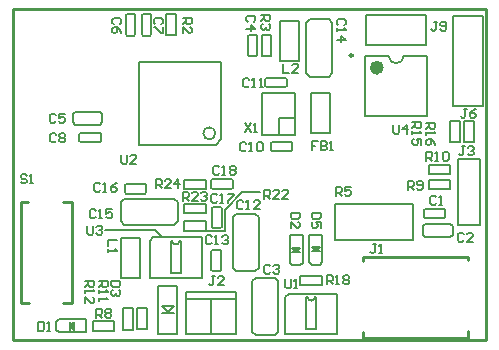
<source format=gto>
%FSLAX25Y25*%
%MOIN*%
G70*
G01*
G75*
%ADD10C,0.01500*%
%ADD11C,0.00800*%
%ADD12C,0.02000*%
%ADD13C,0.01000*%
%ADD14C,0.04000*%
%ADD15R,0.04724X0.09843*%
%ADD16R,0.02756X0.03347*%
%ADD17R,0.02362X0.02362*%
%ADD18O,0.00984X0.04724*%
%ADD19O,0.04724X0.00984*%
%ADD20O,0.04724X0.01772*%
%ADD21O,0.01772X0.04724*%
%ADD22R,0.04724X0.01772*%
%ADD23R,0.02362X0.02362*%
%ADD24R,0.04331X0.04724*%
%ADD25R,0.05118X0.03937*%
%ADD26R,0.07087X0.03937*%
%ADD27R,0.02756X0.04724*%
%ADD28R,0.02992X0.04724*%
%ADD29R,0.03150X0.04724*%
%ADD30R,0.03347X0.02756*%
%ADD31R,0.04724X0.01969*%
%ADD32R,0.03937X0.03150*%
%ADD33R,0.03937X0.07087*%
%ADD34C,0.03000*%
%ADD35C,0.03500*%
%ADD36C,0.17716*%
%ADD37C,0.07874*%
%ADD38C,0.05906*%
%ADD39R,0.05906X0.05906*%
%ADD40R,0.03937X0.03937*%
%ADD41C,0.03937*%
%ADD42O,0.04331X0.06693*%
%ADD43R,0.03937X0.03937*%
%ADD44R,0.05906X0.05906*%
%ADD45C,0.03000*%
%ADD46C,0.02000*%
%ADD47R,0.07874X0.07874*%
%ADD48O,0.03543X0.08661*%
%ADD49C,0.00500*%
%ADD50C,0.02362*%
%ADD51C,0.00984*%
%ADD52C,0.00787*%
%ADD53C,0.00591*%
D11*
X98119Y-95888D02*
G03*
X100481Y-95888I1181J0D01*
G01*
X52937Y-77188D02*
G03*
X55299Y-77188I1181J0D01*
G01*
X97600Y-95888D02*
X98119D01*
X100481D02*
X100900D01*
X91820Y-94707D02*
X107961D01*
X90639Y-95888D02*
X91820Y-94707D01*
X90639Y-108093D02*
Y-95888D01*
Y-108093D02*
X107961D01*
Y-94707D01*
X97600Y-106518D02*
Y-95888D01*
Y-106518D02*
X100900D01*
Y-95888D01*
X55718Y-87818D02*
Y-77188D01*
X52418Y-87818D02*
X55718D01*
X52418D02*
Y-77188D01*
X62780Y-89393D02*
Y-76007D01*
X45457Y-89393D02*
X62780D01*
X45457D02*
Y-77188D01*
X46638Y-76007D01*
X62780D01*
X55299Y-77188D02*
X55718D01*
X52418D02*
X52937D01*
D13*
X2535Y-64071D02*
X5000D01*
X2535Y-97929D02*
X5300D01*
X19465D02*
Y-64071D01*
X2535Y-97929D02*
Y-64071D01*
X16700Y-97929D02*
X19465D01*
X16700Y-64071D02*
X19465D01*
X116400Y-83700D02*
Y-82628D01*
X151597Y-83603D02*
Y-82628D01*
Y-109400D02*
Y-107297D01*
X116400Y-109400D02*
Y-107400D01*
Y-109400D02*
X151597D01*
X116400Y-82628D02*
X151597D01*
X0Y0D02*
X157480D01*
Y-110236D02*
Y0D01*
X0Y-110236D02*
X157480D01*
X0D02*
Y0D01*
D49*
X67300Y-41300D02*
G03*
X67300Y-41300I-2000J0D01*
G01*
X107265Y-76705D02*
X133250D01*
X107265D02*
Y-64894D01*
X133250D01*
Y-76705D02*
Y-64894D01*
X20519Y-38465D02*
X28787D01*
X29574Y-37678D02*
Y-34922D01*
X19732Y-37678D02*
Y-34922D01*
X20519Y-34135D02*
X28787D01*
X19732Y-34922D02*
X20519Y-34135D01*
X19732Y-37678D02*
X20519Y-38465D01*
X28787D02*
X29574Y-37678D01*
X28787Y-34135D02*
X29574Y-34922D01*
X28718Y-44175D02*
Y-44175D01*
X22025Y-43781D02*
Y-41419D01*
X22419Y-44175D02*
X28718D01*
X29112Y-43781D02*
Y-41419D01*
X22419Y-41025D02*
X28718D01*
X22025Y-41419D02*
Y-41419D01*
X22419Y-41025D01*
X22025Y-43781D02*
X22025D01*
X22419Y-44175D01*
X29112Y-41419D02*
X29112D01*
X28718Y-41025D02*
X29112Y-41419D01*
Y-43781D02*
X29112D01*
X28718Y-44175D02*
X29112Y-43781D01*
X41804Y-45221D02*
Y-17662D01*
X69363D01*
X69363Y-43253D02*
Y-17662D01*
X67394Y-45221D02*
X69363Y-43253D01*
X41804Y-45221D02*
X67395D01*
X37425Y-8318D02*
X37425D01*
X37819Y-1625D02*
X40181D01*
X37425Y-8318D02*
Y-2019D01*
X37819Y-8712D02*
X40181D01*
X40575Y-8318D02*
Y-2019D01*
X40181Y-1625D02*
X40181D01*
X40575Y-2019D01*
X37819Y-1625D02*
Y-1625D01*
X37425Y-2019D02*
X37819Y-1625D01*
X40181Y-8712D02*
Y-8712D01*
X40575Y-8318D01*
X37819Y-8712D02*
Y-8712D01*
X37425Y-8318D02*
X37819Y-8712D01*
X42725Y-8318D02*
X42725D01*
X43119Y-1625D02*
X45481D01*
X42725Y-8318D02*
Y-2019D01*
X43119Y-8712D02*
X45481D01*
X45875Y-8318D02*
Y-2019D01*
X45481Y-1625D02*
X45481D01*
X45875Y-2019D01*
X43119Y-1625D02*
Y-1625D01*
X42725Y-2019D02*
X43119Y-1625D01*
X45481Y-8712D02*
Y-8712D01*
X45875Y-8318D01*
X43119Y-8712D02*
Y-8712D01*
X42725Y-8318D02*
X43119Y-8712D01*
X51025Y-1588D02*
X54175D01*
X51025Y-8675D02*
X54175D01*
X51025D02*
Y-1588D01*
X54175Y-8675D02*
Y-1588D01*
X78050Y-15268D02*
X78050D01*
X78444Y-8575D02*
X80806D01*
X78050Y-15268D02*
Y-8969D01*
X78444Y-15662D02*
X80806D01*
X81200Y-15268D02*
Y-8969D01*
X80806Y-8575D02*
X80806D01*
X81200Y-8969D01*
X78444Y-8575D02*
Y-8575D01*
X78050Y-8969D02*
X78444Y-8575D01*
X80806Y-15662D02*
Y-15662D01*
X81200Y-15268D01*
X78444Y-15662D02*
Y-15662D01*
X78050Y-15268D02*
X78444Y-15662D01*
X82825Y-15662D02*
X85975D01*
X82825Y-8575D02*
X85975D01*
Y-15662D02*
Y-8575D01*
X82825Y-15662D02*
Y-8575D01*
X92618Y-47175D02*
Y-47175D01*
X85925Y-46781D02*
Y-44419D01*
X86319Y-47175D02*
X92618D01*
X93012Y-46781D02*
Y-44419D01*
X86319Y-44025D02*
X92618D01*
X85925Y-44419D02*
Y-44419D01*
X86319Y-44025D01*
X85925Y-46781D02*
X85925D01*
X86319Y-47175D01*
X93012Y-44419D02*
X93012D01*
X92618Y-44025D02*
X93012Y-44419D01*
Y-46781D02*
X93012D01*
X92618Y-47175D02*
X93012Y-46781D01*
X84382Y-22825D02*
Y-22825D01*
X91075Y-25581D02*
Y-23219D01*
X84382Y-22825D02*
X90681D01*
X83988Y-25581D02*
Y-23219D01*
X84382Y-25975D02*
X90681D01*
X91075Y-25581D02*
Y-25581D01*
X90681Y-25975D02*
X91075Y-25581D01*
X91075Y-23219D02*
X91075D01*
X90681Y-22825D02*
X91075Y-23219D01*
X83988Y-25581D02*
X83988D01*
X84382Y-25975D01*
X83988Y-23219D02*
X83988D01*
X84382Y-22825D01*
X99150Y-41330D02*
X105450D01*
X99150Y-27944D02*
X105450D01*
X99150Y-40346D02*
X99150D01*
X105450Y-41330D02*
Y-27944D01*
X99150Y-41330D02*
Y-27944D01*
X98850Y-22445D02*
X105150D01*
X98850Y-3350D02*
X105150D01*
X97669Y-21264D02*
X98850Y-22445D01*
X105150D02*
X106331Y-21264D01*
X105150Y-3350D02*
X106331Y-4532D01*
X97669D02*
X98850Y-3350D01*
X106331Y-21264D02*
Y-4532D01*
X97669Y-21264D02*
Y-4532D01*
X145650Y-37188D02*
X148800D01*
X145650Y-44275D02*
X148800D01*
X145650D02*
Y-37188D01*
X148800Y-44275D02*
Y-37188D01*
X150350Y-44275D02*
X153500D01*
X150350Y-37188D02*
X153500D01*
Y-44275D02*
Y-37188D01*
X150350Y-44275D02*
Y-37188D01*
X145512Y-54875D02*
Y-51725D01*
X138425Y-54875D02*
Y-51725D01*
X145512D01*
X138425Y-54875D02*
X145512D01*
Y-59975D02*
Y-56825D01*
X138425Y-59975D02*
Y-56825D01*
X145512D01*
X138425Y-59975D02*
X145512D01*
X137287Y-66525D02*
Y-66525D01*
X143980Y-69281D02*
Y-66919D01*
X137287Y-66525D02*
X143587D01*
X136894Y-69281D02*
Y-66919D01*
X137287Y-69675D02*
X143587D01*
X143980Y-69281D02*
Y-69281D01*
X143587Y-69675D02*
X143980Y-69281D01*
X143980Y-66919D02*
X143980D01*
X143587Y-66525D02*
X143980Y-66919D01*
X136894Y-69281D02*
X136894D01*
X137287Y-69675D01*
X136894Y-66919D02*
X136894D01*
X137287Y-66525D01*
X137319Y-71535D02*
X145587D01*
X136531Y-75078D02*
Y-72322D01*
X146374Y-75078D02*
Y-72322D01*
X137319Y-75865D02*
X145587D01*
X146374Y-75078D01*
X145587Y-71535D02*
X146374Y-72322D01*
X136531D02*
X137319Y-71535D01*
X136531Y-75078D02*
X137319Y-75865D01*
X102178Y-85069D02*
X102965Y-84281D01*
X100800Y-80639D02*
Y-79261D01*
X99422D02*
X100800Y-80639D01*
X102178Y-79261D01*
X99422D02*
X102178D01*
X99422Y-80639D02*
X102178D01*
X98635Y-84281D02*
X99422Y-85069D01*
X102965Y-84281D02*
Y-75226D01*
X99422Y-85069D02*
X102178D01*
X98635Y-84281D02*
Y-75226D01*
X102965D01*
X95678Y-85168D02*
X96465Y-84381D01*
X94300Y-80739D02*
Y-79361D01*
X92922D02*
X94300Y-80739D01*
X95678Y-79361D01*
X92922D02*
X95678D01*
X92922Y-80739D02*
X95678D01*
X92135Y-84381D02*
X92922Y-85168D01*
X96465Y-84381D02*
Y-75326D01*
X92922Y-85168D02*
X95678D01*
X92135Y-84381D02*
Y-75326D01*
X96465D01*
X102712Y-91975D02*
Y-88825D01*
X95625Y-91975D02*
Y-88825D01*
X102712D01*
X95625Y-91975D02*
X102712D01*
X80850Y-89455D02*
X87150D01*
X80850Y-108550D02*
X87150D01*
Y-89455D02*
X88331Y-90636D01*
X79669D02*
X80850Y-89455D01*
X79669Y-107369D02*
X80850Y-108550D01*
X87150D02*
X88331Y-107369D01*
X79669D02*
Y-90636D01*
X88331Y-107369D02*
Y-90636D01*
X69175Y-80582D02*
X69175D01*
X66419Y-87275D02*
X68781D01*
X69175Y-86881D02*
Y-80582D01*
X66419Y-80188D02*
X68781D01*
X66025Y-86881D02*
Y-80582D01*
X66419Y-87275D02*
X66419D01*
X66025Y-86881D02*
X66419Y-87275D01*
X68781D02*
Y-87275D01*
X69175Y-86881D01*
X66419Y-80188D02*
Y-80188D01*
X66025Y-80582D02*
X66419Y-80188D01*
X68781D02*
Y-80188D01*
Y-80188D02*
X69175Y-80582D01*
X74250Y-68155D02*
X80550D01*
X74250Y-87250D02*
X80550D01*
Y-68155D02*
X81731Y-69336D01*
X73069D02*
X74250Y-68155D01*
X73069Y-86068D02*
X74250Y-87250D01*
X80550D02*
X81731Y-86068D01*
X73069D02*
Y-69336D01*
X81731Y-86068D02*
Y-69336D01*
X57595Y-96610D02*
X74327D01*
X57595Y-108224D02*
X74327D01*
X57595Y-94051D02*
X74327D01*
X57595Y-108224D02*
Y-94051D01*
X74327Y-108224D02*
Y-94051D01*
X65961Y-108224D02*
Y-96610D01*
X36625Y-106712D02*
X39775D01*
X36625Y-99625D02*
X39775D01*
Y-106712D02*
Y-99625D01*
X36625Y-106712D02*
Y-99625D01*
X41325Y-99588D02*
X44475D01*
X41325Y-106675D02*
X44475D01*
X41325D02*
Y-99588D01*
X44475Y-106675D02*
Y-99588D01*
X49531Y-98843D02*
X51500Y-100812D01*
X53469Y-98843D01*
X49531D02*
X53469D01*
X49531Y-101206D02*
X53469D01*
X48350Y-92347D02*
X54650D01*
X48350Y-108095D02*
Y-92347D01*
X48350Y-108095D02*
X54650D01*
Y-92347D01*
X14326Y-106878D02*
X15113Y-107665D01*
X18755Y-105500D02*
X20133D01*
X18755D02*
X20133Y-104122D01*
X18755Y-105500D02*
X20133Y-106878D01*
Y-104122D01*
X18755Y-106878D02*
Y-104122D01*
X14326Y-104122D02*
X15113Y-103335D01*
X15113Y-107665D02*
X24169D01*
X14326Y-106878D02*
Y-104122D01*
X15113Y-103335D02*
X24169D01*
Y-107665D02*
Y-103335D01*
X26388Y-107075D02*
Y-103925D01*
X33475Y-107075D02*
Y-103925D01*
X26388Y-107075D02*
X33475D01*
X26388Y-103925D02*
X33475D01*
X42050Y-89556D02*
Y-76170D01*
X35750Y-89556D02*
Y-76170D01*
X42050Y-77154D02*
X42050D01*
X35750Y-89556D02*
X42050D01*
X35750Y-76170D02*
X42050D01*
X35755Y-70650D02*
Y-64350D01*
X54850Y-70650D02*
Y-64350D01*
X35755D02*
X36936Y-63169D01*
X35755Y-70650D02*
X36936Y-71831D01*
X53668D02*
X54850Y-70650D01*
X53668Y-63169D02*
X54850Y-64350D01*
X36936Y-71831D02*
X53668D01*
X36936Y-63169D02*
X53668D01*
X37582Y-58225D02*
Y-58225D01*
X44275Y-60981D02*
Y-58619D01*
X37582Y-58225D02*
X43881D01*
X37188Y-60981D02*
Y-58619D01*
X37582Y-61375D02*
X43881D01*
X44275Y-60981D02*
Y-60981D01*
X43881Y-61375D02*
X44275Y-60981D01*
X44275Y-58619D02*
X44275D01*
X43881Y-58225D02*
X44275Y-58619D01*
X37188Y-60981D02*
X37188D01*
X37582Y-61375D01*
X37188Y-58619D02*
X37188D01*
X37582Y-58225D01*
X66225Y-72618D02*
X66225D01*
X66619Y-65925D02*
X68981D01*
X66225Y-72618D02*
Y-66319D01*
X66619Y-73012D02*
X68981D01*
X69375Y-72618D02*
Y-66319D01*
X68981Y-65925D02*
X68981D01*
X69375Y-66319D01*
X66619Y-65925D02*
Y-65925D01*
X66225Y-66319D02*
X66619Y-65925D01*
X68981Y-73012D02*
Y-73012D01*
X69375Y-72618D01*
X66619Y-73012D02*
Y-73012D01*
X66225Y-72618D02*
X66619Y-73012D01*
X56988Y-59875D02*
Y-56725D01*
X64075Y-59875D02*
Y-56725D01*
X56988Y-59875D02*
X64075D01*
X56988Y-56725D02*
X64075D01*
X64112Y-67975D02*
Y-64825D01*
X57025Y-67975D02*
Y-64825D01*
X64112D01*
X57025Y-67975D02*
X64112D01*
X57025Y-73775D02*
Y-70625D01*
X64112Y-73775D02*
Y-70625D01*
X57025Y-73775D02*
X64112D01*
X57025Y-70625D02*
X64112D01*
X95250Y-17156D02*
Y-3770D01*
X88950Y-17156D02*
Y-3770D01*
X95250Y-4754D02*
X95250D01*
X88950Y-17156D02*
X95250D01*
X88950Y-3770D02*
X95250D01*
X30600Y-73400D02*
X47093D01*
X49700Y-76007D01*
X65988Y-57019D02*
X66382Y-56625D01*
X65988Y-57019D02*
X65988D01*
Y-59381D02*
X66382Y-59775D01*
X65988Y-59381D02*
X65988D01*
X72681Y-56625D02*
X73075Y-57019D01*
X73075D01*
X72681Y-59775D02*
X73075Y-59381D01*
Y-59381D01*
X66382Y-59775D02*
X72681D01*
X65988Y-59381D02*
Y-57019D01*
X66382Y-56625D02*
X72681D01*
X73075Y-59381D02*
Y-57019D01*
X66382Y-56625D02*
Y-56625D01*
X64112Y-73775D02*
X70425D01*
Y-66876D01*
X70774Y-66527D02*
X76301Y-61000D01*
X82100D01*
X70425Y-66876D02*
X70774Y-66527D01*
X101499Y-43901D02*
X99500D01*
Y-45401D01*
X100500D01*
X99500D01*
Y-46900D01*
X102499Y-43901D02*
Y-46900D01*
X103999D01*
X104498Y-46400D01*
Y-45900D01*
X103999Y-45401D01*
X102499D01*
X103999D01*
X104498Y-44901D01*
Y-44401D01*
X103999Y-43901D01*
X102499D01*
X105498Y-46900D02*
X106498D01*
X105998D01*
Y-43901D01*
X105498Y-44401D01*
X140899Y-62601D02*
X140400Y-62101D01*
X139400D01*
X138900Y-62601D01*
Y-64600D01*
X139400Y-65100D01*
X140400D01*
X140899Y-64600D01*
X141899Y-65100D02*
X142899D01*
X142399D01*
Y-62101D01*
X141899Y-62601D01*
X150199Y-74901D02*
X149699Y-74401D01*
X148700D01*
X148200Y-74901D01*
Y-76900D01*
X148700Y-77400D01*
X149699D01*
X150199Y-76900D01*
X153198Y-77400D02*
X151199D01*
X153198Y-75401D01*
Y-74901D01*
X152699Y-74401D01*
X151699D01*
X151199Y-74901D01*
X85699Y-85601D02*
X85199Y-85101D01*
X84200D01*
X83700Y-85601D01*
Y-87600D01*
X84200Y-88100D01*
X85199D01*
X85699Y-87600D01*
X86699Y-85601D02*
X87199Y-85101D01*
X88199D01*
X88698Y-85601D01*
Y-86101D01*
X88199Y-86601D01*
X87699D01*
X88199D01*
X88698Y-87100D01*
Y-87600D01*
X88199Y-88100D01*
X87199D01*
X86699Y-87600D01*
X80199Y-4099D02*
X80699Y-3599D01*
Y-2600D01*
X80199Y-2100D01*
X78200D01*
X77700Y-2600D01*
Y-3599D01*
X78200Y-4099D01*
X77700Y-6599D02*
X80699D01*
X79199Y-5099D01*
Y-7098D01*
X35399Y-4999D02*
X35899Y-4499D01*
Y-3500D01*
X35399Y-3000D01*
X33400D01*
X32900Y-3500D01*
Y-4499D01*
X33400Y-4999D01*
X35899Y-7998D02*
X35399Y-6999D01*
X34400Y-5999D01*
X33400D01*
X32900Y-6499D01*
Y-7499D01*
X33400Y-7998D01*
X33900D01*
X34400Y-7499D01*
Y-5999D01*
X49299Y-4999D02*
X49799Y-4499D01*
Y-3500D01*
X49299Y-3000D01*
X47300D01*
X46800Y-3500D01*
Y-4499D01*
X47300Y-4999D01*
X49799Y-5999D02*
Y-7998D01*
X49299D01*
X47300Y-5999D01*
X46800D01*
X14299Y-41701D02*
X13800Y-41201D01*
X12800D01*
X12300Y-41701D01*
Y-43700D01*
X12800Y-44200D01*
X13800D01*
X14299Y-43700D01*
X15299Y-41701D02*
X15799Y-41201D01*
X16799D01*
X17298Y-41701D01*
Y-42201D01*
X16799Y-42700D01*
X17298Y-43200D01*
Y-43700D01*
X16799Y-44200D01*
X15799D01*
X15299Y-43700D01*
Y-43200D01*
X15799Y-42700D01*
X15299Y-42201D01*
Y-41701D01*
X15799Y-42700D02*
X16799D01*
X77699Y-44801D02*
X77200Y-44301D01*
X76200D01*
X75700Y-44801D01*
Y-46800D01*
X76200Y-47300D01*
X77200D01*
X77699Y-46800D01*
X78699Y-47300D02*
X79699D01*
X79199D01*
Y-44301D01*
X78699Y-44801D01*
X81198D02*
X81698Y-44301D01*
X82698D01*
X83198Y-44801D01*
Y-46800D01*
X82698Y-47300D01*
X81698D01*
X81198Y-46800D01*
Y-44801D01*
X78599Y-23401D02*
X78100Y-22901D01*
X77100D01*
X76600Y-23401D01*
Y-25400D01*
X77100Y-25900D01*
X78100D01*
X78599Y-25400D01*
X79599Y-25900D02*
X80599D01*
X80099D01*
Y-22901D01*
X79599Y-23401D01*
X82098Y-25900D02*
X83098D01*
X82598D01*
Y-22901D01*
X82098Y-23401D01*
X76699Y-64101D02*
X76200Y-63601D01*
X75200D01*
X74700Y-64101D01*
Y-66100D01*
X75200Y-66600D01*
X76200D01*
X76699Y-66100D01*
X77699Y-66600D02*
X78699D01*
X78199D01*
Y-63601D01*
X77699Y-64101D01*
X82198Y-66600D02*
X80198D01*
X82198Y-64601D01*
Y-64101D01*
X81698Y-63601D01*
X80698D01*
X80198Y-64101D01*
X66099Y-75801D02*
X65600Y-75301D01*
X64600D01*
X64100Y-75801D01*
Y-77800D01*
X64600Y-78300D01*
X65600D01*
X66099Y-77800D01*
X67099Y-78300D02*
X68099D01*
X67599D01*
Y-75301D01*
X67099Y-75801D01*
X69598D02*
X70098Y-75301D01*
X71098D01*
X71598Y-75801D01*
Y-76301D01*
X71098Y-76801D01*
X70598D01*
X71098D01*
X71598Y-77300D01*
Y-77800D01*
X71098Y-78300D01*
X70098D01*
X69598Y-77800D01*
X28999Y-58201D02*
X28499Y-57701D01*
X27500D01*
X27000Y-58201D01*
Y-60200D01*
X27500Y-60700D01*
X28499D01*
X28999Y-60200D01*
X29999Y-60700D02*
X30999D01*
X30499D01*
Y-57701D01*
X29999Y-58201D01*
X34498Y-57701D02*
X33498Y-58201D01*
X32498Y-59201D01*
Y-60200D01*
X32998Y-60700D01*
X33998D01*
X34498Y-60200D01*
Y-59700D01*
X33998Y-59201D01*
X32498D01*
X67899Y-62001D02*
X67400Y-61501D01*
X66400D01*
X65900Y-62001D01*
Y-64000D01*
X66400Y-64500D01*
X67400D01*
X67899Y-64000D01*
X68899Y-64500D02*
X69899D01*
X69399D01*
Y-61501D01*
X68899Y-62001D01*
X71398Y-61501D02*
X73398D01*
Y-62001D01*
X71398Y-64000D01*
Y-64500D01*
X8300Y-104101D02*
Y-107100D01*
X9799D01*
X10299Y-106600D01*
Y-104601D01*
X9799Y-104101D01*
X8300D01*
X11299Y-107100D02*
X12299D01*
X11799D01*
Y-104101D01*
X11299Y-104601D01*
X95399Y-67800D02*
X92400D01*
Y-69300D01*
X92900Y-69799D01*
X94899D01*
X95399Y-69300D01*
Y-67800D01*
X92400Y-72798D02*
Y-70799D01*
X94399Y-72798D01*
X94899D01*
X95399Y-72299D01*
Y-71299D01*
X94899Y-70799D01*
X35599Y-90500D02*
X32600D01*
Y-92000D01*
X33100Y-92499D01*
X35099D01*
X35599Y-92000D01*
Y-90500D01*
X35099Y-93499D02*
X35599Y-93999D01*
Y-94999D01*
X35099Y-95498D01*
X34599D01*
X34100Y-94999D01*
Y-94499D01*
Y-94999D01*
X33600Y-95498D01*
X33100D01*
X32600Y-94999D01*
Y-93999D01*
X33100Y-93499D01*
X102399Y-67700D02*
X99400D01*
Y-69200D01*
X99900Y-69699D01*
X101899D01*
X102399Y-69200D01*
Y-67700D01*
Y-72698D02*
Y-70699D01*
X100900D01*
X101399Y-71699D01*
Y-72199D01*
X100900Y-72698D01*
X99900D01*
X99400Y-72199D01*
Y-71199D01*
X99900Y-70699D01*
X67099Y-89001D02*
X66100D01*
X66600D01*
Y-91500D01*
X66100Y-92000D01*
X65600D01*
X65100Y-91500D01*
X70098Y-92000D02*
X68099D01*
X70098Y-90001D01*
Y-89501D01*
X69599Y-89001D01*
X68599D01*
X68099Y-89501D01*
X150399Y-45601D02*
X149400D01*
X149899D01*
Y-48100D01*
X149400Y-48600D01*
X148900D01*
X148400Y-48100D01*
X151399Y-46101D02*
X151899Y-45601D01*
X152899D01*
X153398Y-46101D01*
Y-46601D01*
X152899Y-47100D01*
X152399D01*
X152899D01*
X153398Y-47600D01*
Y-48100D01*
X152899Y-48600D01*
X151899D01*
X151399Y-48100D01*
X151199Y-33101D02*
X150200D01*
X150699D01*
Y-35600D01*
X150200Y-36100D01*
X149700D01*
X149200Y-35600D01*
X154198Y-33101D02*
X153199Y-33601D01*
X152199Y-34600D01*
Y-35600D01*
X152699Y-36100D01*
X153699D01*
X154198Y-35600D01*
Y-35100D01*
X153699Y-34600D01*
X152199D01*
X141299Y-4101D02*
X140300D01*
X140799D01*
Y-6600D01*
X140300Y-7100D01*
X139800D01*
X139300Y-6600D01*
X142299D02*
X142799Y-7100D01*
X143799D01*
X144298Y-6600D01*
Y-4601D01*
X143799Y-4101D01*
X142799D01*
X142299Y-4601D01*
Y-5101D01*
X142799Y-5601D01*
X144298D01*
X34499Y-77000D02*
X31500D01*
Y-78999D01*
Y-79999D02*
Y-80999D01*
Y-80499D01*
X34499D01*
X33999Y-79999D01*
X89900Y-18101D02*
Y-21100D01*
X91899D01*
X94898D02*
X92899D01*
X94898Y-19101D01*
Y-18601D01*
X94399Y-18101D01*
X93399D01*
X92899Y-18601D01*
X56400Y-2900D02*
X59399D01*
Y-4400D01*
X58899Y-4899D01*
X57899D01*
X57400Y-4400D01*
Y-2900D01*
Y-3900D02*
X56400Y-4899D01*
Y-7898D02*
Y-5899D01*
X58399Y-7898D01*
X58899D01*
X59399Y-7399D01*
Y-6399D01*
X58899Y-5899D01*
X82700Y-1700D02*
X85699D01*
Y-3199D01*
X85199Y-3699D01*
X84200D01*
X83700Y-3199D01*
Y-1700D01*
Y-2700D02*
X82700Y-3699D01*
X85199Y-4699D02*
X85699Y-5199D01*
Y-6199D01*
X85199Y-6698D01*
X84699D01*
X84200Y-6199D01*
Y-5699D01*
Y-6199D01*
X83700Y-6698D01*
X83200D01*
X82700Y-6199D01*
Y-5199D01*
X83200Y-4699D01*
X107500Y-62100D02*
Y-59101D01*
X109000D01*
X109499Y-59601D01*
Y-60601D01*
X109000Y-61100D01*
X107500D01*
X108500D02*
X109499Y-62100D01*
X112498Y-59101D02*
X110499D01*
Y-60601D01*
X111499Y-60101D01*
X111999D01*
X112498Y-60601D01*
Y-61600D01*
X111999Y-62100D01*
X110999D01*
X110499Y-61600D01*
X27600Y-102800D02*
Y-99801D01*
X29100D01*
X29599Y-100301D01*
Y-101301D01*
X29100Y-101800D01*
X27600D01*
X28600D02*
X29599Y-102800D01*
X30599Y-100301D02*
X31099Y-99801D01*
X32099D01*
X32598Y-100301D01*
Y-100801D01*
X32099Y-101301D01*
X32598Y-101800D01*
Y-102300D01*
X32099Y-102800D01*
X31099D01*
X30599Y-102300D01*
Y-101800D01*
X31099Y-101301D01*
X30599Y-100801D01*
Y-100301D01*
X31099Y-101301D02*
X32099D01*
X131400Y-60100D02*
Y-57101D01*
X132899D01*
X133399Y-57601D01*
Y-58600D01*
X132899Y-59100D01*
X131400D01*
X132400D02*
X133399Y-60100D01*
X134399Y-59600D02*
X134899Y-60100D01*
X135899D01*
X136398Y-59600D01*
Y-57601D01*
X135899Y-57101D01*
X134899D01*
X134399Y-57601D01*
Y-58101D01*
X134899Y-58600D01*
X136398D01*
X137600Y-50500D02*
Y-47501D01*
X139100D01*
X139599Y-48001D01*
Y-49000D01*
X139100Y-49500D01*
X137600D01*
X138600D02*
X139599Y-50500D01*
X140599D02*
X141599D01*
X141099D01*
Y-47501D01*
X140599Y-48001D01*
X143098D02*
X143598Y-47501D01*
X144598D01*
X145098Y-48001D01*
Y-50000D01*
X144598Y-50500D01*
X143598D01*
X143098Y-50000D01*
Y-48001D01*
X28400Y-90600D02*
X31399D01*
Y-92099D01*
X30899Y-92599D01*
X29899D01*
X29400Y-92099D01*
Y-90600D01*
Y-91600D02*
X28400Y-92599D01*
Y-93599D02*
Y-94599D01*
Y-94099D01*
X31399D01*
X30899Y-93599D01*
X28400Y-96098D02*
Y-97098D01*
Y-96598D01*
X31399D01*
X30899Y-96098D01*
X24000Y-90500D02*
X26999D01*
Y-92000D01*
X26499Y-92499D01*
X25499D01*
X25000Y-92000D01*
Y-90500D01*
Y-91500D02*
X24000Y-92499D01*
Y-93499D02*
Y-94499D01*
Y-93999D01*
X26999D01*
X26499Y-93499D01*
X24000Y-97998D02*
Y-95998D01*
X25999Y-97998D01*
X26499D01*
X26999Y-97498D01*
Y-96498D01*
X26499Y-95998D01*
X133000Y-37600D02*
X135999D01*
Y-39099D01*
X135499Y-39599D01*
X134500D01*
X134000Y-39099D01*
Y-37600D01*
Y-38600D02*
X133000Y-39599D01*
Y-40599D02*
Y-41599D01*
Y-41099D01*
X135999D01*
X135499Y-40599D01*
X135999Y-45098D02*
Y-43098D01*
X134500D01*
X134999Y-44098D01*
Y-44598D01*
X134500Y-45098D01*
X133500D01*
X133000Y-44598D01*
Y-43598D01*
X133500Y-43098D01*
X137700Y-37700D02*
X140699D01*
Y-39200D01*
X140199Y-39699D01*
X139199D01*
X138700Y-39200D01*
Y-37700D01*
Y-38700D02*
X137700Y-39699D01*
Y-40699D02*
Y-41699D01*
Y-41199D01*
X140699D01*
X140199Y-40699D01*
X140699Y-45198D02*
X140199Y-44198D01*
X139199Y-43198D01*
X138200D01*
X137700Y-43698D01*
Y-44698D01*
X138200Y-45198D01*
X138700D01*
X139199Y-44698D01*
Y-43198D01*
X104500Y-91600D02*
Y-88601D01*
X106000D01*
X106499Y-89101D01*
Y-90101D01*
X106000Y-90600D01*
X104500D01*
X105500D02*
X106499Y-91600D01*
X107499D02*
X108499D01*
X107999D01*
Y-88601D01*
X107499Y-89101D01*
X109998D02*
X110498Y-88601D01*
X111498D01*
X111998Y-89101D01*
Y-89601D01*
X111498Y-90101D01*
X111998Y-90600D01*
Y-91100D01*
X111498Y-91600D01*
X110498D01*
X109998Y-91100D01*
Y-90600D01*
X110498Y-90101D01*
X109998Y-89601D01*
Y-89101D01*
X110498Y-90101D02*
X111498D01*
X83600Y-63100D02*
Y-60101D01*
X85100D01*
X85599Y-60601D01*
Y-61601D01*
X85100Y-62100D01*
X83600D01*
X84600D02*
X85599Y-63100D01*
X88598D02*
X86599D01*
X88598Y-61101D01*
Y-60601D01*
X88099Y-60101D01*
X87099D01*
X86599Y-60601D01*
X91597Y-63100D02*
X89598D01*
X91597Y-61101D01*
Y-60601D01*
X91098Y-60101D01*
X90098D01*
X89598Y-60601D01*
X56500Y-63800D02*
Y-60801D01*
X57999D01*
X58499Y-61301D01*
Y-62300D01*
X57999Y-62800D01*
X56500D01*
X57500D02*
X58499Y-63800D01*
X61498D02*
X59499D01*
X61498Y-61801D01*
Y-61301D01*
X60999Y-60801D01*
X59999D01*
X59499Y-61301D01*
X62498D02*
X62998Y-60801D01*
X63998D01*
X64497Y-61301D01*
Y-61801D01*
X63998Y-62300D01*
X63498D01*
X63998D01*
X64497Y-62800D01*
Y-63300D01*
X63998Y-63800D01*
X62998D01*
X62498Y-63300D01*
X24700Y-72101D02*
Y-74600D01*
X25200Y-75100D01*
X26199D01*
X26699Y-74600D01*
Y-72101D01*
X27699Y-72601D02*
X28199Y-72101D01*
X29199D01*
X29698Y-72601D01*
Y-73101D01*
X29199Y-73601D01*
X28699D01*
X29199D01*
X29698Y-74100D01*
Y-74600D01*
X29199Y-75100D01*
X28199D01*
X27699Y-74600D01*
X126600Y-38501D02*
Y-41000D01*
X127100Y-41500D01*
X128100D01*
X128599Y-41000D01*
Y-38501D01*
X131099Y-41500D02*
Y-38501D01*
X129599Y-40001D01*
X131598D01*
X77100Y-37901D02*
X79099Y-40900D01*
Y-37901D02*
X77100Y-40900D01*
X80099D02*
X81099D01*
X80599D01*
Y-37901D01*
X80099Y-38401D01*
X35900Y-48501D02*
Y-51000D01*
X36400Y-51500D01*
X37400D01*
X37899Y-51000D01*
Y-48501D01*
X40898Y-51500D02*
X38899D01*
X40898Y-49501D01*
Y-49001D01*
X40399Y-48501D01*
X39399D01*
X38899Y-49001D01*
X90600Y-89901D02*
Y-92400D01*
X91100Y-92900D01*
X92099D01*
X92599Y-92400D01*
Y-89901D01*
X93599Y-92900D02*
X94599D01*
X94099D01*
Y-89901D01*
X93599Y-90401D01*
X14099Y-35201D02*
X13600Y-34701D01*
X12600D01*
X12100Y-35201D01*
Y-37200D01*
X12600Y-37700D01*
X13600D01*
X14099Y-37200D01*
X17098Y-34701D02*
X15099D01*
Y-36200D01*
X16099Y-35701D01*
X16599D01*
X17098Y-36200D01*
Y-37200D01*
X16599Y-37700D01*
X15599D01*
X15099Y-37200D01*
X110299Y-5299D02*
X110799Y-4800D01*
Y-3800D01*
X110299Y-3300D01*
X108300D01*
X107800Y-3800D01*
Y-4800D01*
X108300Y-5299D01*
X107800Y-6299D02*
Y-7299D01*
Y-6799D01*
X110799D01*
X110299Y-6299D01*
X107800Y-10298D02*
X110799D01*
X109300Y-8798D01*
Y-10798D01*
X27499Y-67101D02*
X27000Y-66601D01*
X26000D01*
X25500Y-67101D01*
Y-69100D01*
X26000Y-69600D01*
X27000D01*
X27499Y-69100D01*
X28499Y-69600D02*
X29499D01*
X28999D01*
Y-66601D01*
X28499Y-67101D01*
X32998Y-66601D02*
X30998D01*
Y-68101D01*
X31998Y-67601D01*
X32498D01*
X32998Y-68101D01*
Y-69100D01*
X32498Y-69600D01*
X31498D01*
X30998Y-69100D01*
X120899Y-78201D02*
X119900D01*
X120399D01*
Y-80700D01*
X119900Y-81200D01*
X119400D01*
X118900Y-80700D01*
X121899Y-81200D02*
X122899D01*
X122399D01*
Y-78201D01*
X121899Y-78701D01*
X47400Y-59600D02*
Y-56601D01*
X48899D01*
X49399Y-57101D01*
Y-58100D01*
X48899Y-58600D01*
X47400D01*
X48400D02*
X49399Y-59600D01*
X52398D02*
X50399D01*
X52398Y-57601D01*
Y-57101D01*
X51899Y-56601D01*
X50899D01*
X50399Y-57101D01*
X54898Y-59600D02*
Y-56601D01*
X53398Y-58100D01*
X55397D01*
X4499Y-55501D02*
X3999Y-55001D01*
X3000D01*
X2500Y-55501D01*
Y-56001D01*
X3000Y-56501D01*
X3999D01*
X4499Y-57000D01*
Y-57500D01*
X3999Y-58000D01*
X3000D01*
X2500Y-57500D01*
X5499Y-58000D02*
X6499D01*
X5999D01*
Y-55001D01*
X5499Y-55501D01*
X68699Y-52601D02*
X68199Y-52101D01*
X67200D01*
X66700Y-52601D01*
Y-54600D01*
X67200Y-55100D01*
X68199D01*
X68699Y-54600D01*
X69699Y-55100D02*
X70699D01*
X70199D01*
Y-52101D01*
X69699Y-52601D01*
X72198D02*
X72698Y-52101D01*
X73698D01*
X74198Y-52601D01*
Y-53101D01*
X73698Y-53601D01*
X74198Y-54100D01*
Y-54600D01*
X73698Y-55100D01*
X72698D01*
X72198Y-54600D01*
Y-54100D01*
X72698Y-53601D01*
X72198Y-53101D01*
Y-52601D01*
X72698Y-53601D02*
X73698D01*
D50*
X122285Y-19398D02*
G03*
X122285Y-19398I-1181J0D01*
G01*
D51*
X113092Y-15382D02*
G03*
X113092Y-15382I-492J0D01*
G01*
D52*
X125100Y-15461D02*
G03*
X130100Y-15461I2500J0D01*
G01*
X117167Y-35539D02*
X138033D01*
X130100Y-15461D02*
X138033D01*
X117167D02*
X125100D01*
X138033Y-35539D02*
Y-15461D01*
X117167Y-35539D02*
Y-15461D01*
X117600Y-1800D02*
X137600D01*
X117600Y-11800D02*
Y-1800D01*
Y-11800D02*
X137600D01*
Y-1800D01*
X155443Y-71843D02*
Y-49757D01*
X148357Y-71843D02*
X155443D01*
X148357D02*
Y-49757D01*
X155443D01*
X146700Y-2200D02*
X156700D01*
Y-32200D02*
Y-2200D01*
X146700Y-32200D02*
X156700D01*
X146700D02*
Y-2200D01*
D53*
X82988Y-27868D02*
X93916D01*
X88547Y-41784D02*
Y-36331D01*
X88587D02*
X93747D01*
X82988Y-41987D02*
Y-27868D01*
Y-41987D02*
X93916D01*
Y-27868D01*
M02*

</source>
